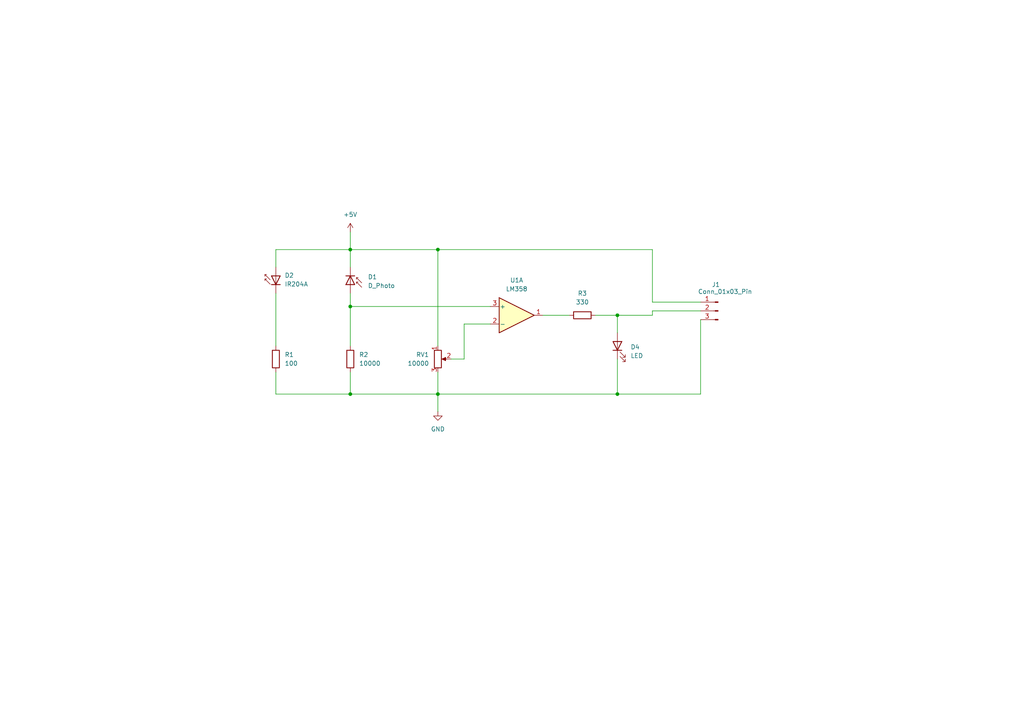
<source format=kicad_sch>
(kicad_sch
	(version 20250114)
	(generator "eeschema")
	(generator_version "9.0")
	(uuid "d8892cc8-6f50-4c9c-a2ea-3d8cf2e87aef")
	(paper "A4")
	(lib_symbols
		(symbol "Amplifier_Operational:LM358"
			(pin_names
				(offset 0.127)
			)
			(exclude_from_sim no)
			(in_bom yes)
			(on_board yes)
			(property "Reference" "U"
				(at 0 5.08 0)
				(effects
					(font
						(size 1.27 1.27)
					)
					(justify left)
				)
			)
			(property "Value" "LM358"
				(at 0 -5.08 0)
				(effects
					(font
						(size 1.27 1.27)
					)
					(justify left)
				)
			)
			(property "Footprint" ""
				(at 0 0 0)
				(effects
					(font
						(size 1.27 1.27)
					)
					(hide yes)
				)
			)
			(property "Datasheet" "http://www.ti.com/lit/ds/symlink/lm2904-n.pdf"
				(at 0 0 0)
				(effects
					(font
						(size 1.27 1.27)
					)
					(hide yes)
				)
			)
			(property "Description" "Low-Power, Dual Operational Amplifiers, DIP-8/SOIC-8/TO-99-8"
				(at 0 0 0)
				(effects
					(font
						(size 1.27 1.27)
					)
					(hide yes)
				)
			)
			(property "ki_locked" ""
				(at 0 0 0)
				(effects
					(font
						(size 1.27 1.27)
					)
				)
			)
			(property "ki_keywords" "dual opamp"
				(at 0 0 0)
				(effects
					(font
						(size 1.27 1.27)
					)
					(hide yes)
				)
			)
			(property "ki_fp_filters" "SOIC*3.9x4.9mm*P1.27mm* DIP*W7.62mm* TO*99* OnSemi*Micro8* TSSOP*3x3mm*P0.65mm* TSSOP*4.4x3mm*P0.65mm* MSOP*3x3mm*P0.65mm* SSOP*3.9x4.9mm*P0.635mm* LFCSP*2x2mm*P0.5mm* *SIP* SOIC*5.3x6.2mm*P1.27mm*"
				(at 0 0 0)
				(effects
					(font
						(size 1.27 1.27)
					)
					(hide yes)
				)
			)
			(symbol "LM358_1_1"
				(polyline
					(pts
						(xy -5.08 5.08) (xy 5.08 0) (xy -5.08 -5.08) (xy -5.08 5.08)
					)
					(stroke
						(width 0.254)
						(type default)
					)
					(fill
						(type background)
					)
				)
				(pin input line
					(at -7.62 2.54 0)
					(length 2.54)
					(name "+"
						(effects
							(font
								(size 1.27 1.27)
							)
						)
					)
					(number "3"
						(effects
							(font
								(size 1.27 1.27)
							)
						)
					)
				)
				(pin input line
					(at -7.62 -2.54 0)
					(length 2.54)
					(name "-"
						(effects
							(font
								(size 1.27 1.27)
							)
						)
					)
					(number "2"
						(effects
							(font
								(size 1.27 1.27)
							)
						)
					)
				)
				(pin output line
					(at 7.62 0 180)
					(length 2.54)
					(name "~"
						(effects
							(font
								(size 1.27 1.27)
							)
						)
					)
					(number "1"
						(effects
							(font
								(size 1.27 1.27)
							)
						)
					)
				)
			)
			(symbol "LM358_2_1"
				(polyline
					(pts
						(xy -5.08 5.08) (xy 5.08 0) (xy -5.08 -5.08) (xy -5.08 5.08)
					)
					(stroke
						(width 0.254)
						(type default)
					)
					(fill
						(type background)
					)
				)
				(pin input line
					(at -7.62 2.54 0)
					(length 2.54)
					(name "+"
						(effects
							(font
								(size 1.27 1.27)
							)
						)
					)
					(number "5"
						(effects
							(font
								(size 1.27 1.27)
							)
						)
					)
				)
				(pin input line
					(at -7.62 -2.54 0)
					(length 2.54)
					(name "-"
						(effects
							(font
								(size 1.27 1.27)
							)
						)
					)
					(number "6"
						(effects
							(font
								(size 1.27 1.27)
							)
						)
					)
				)
				(pin output line
					(at 7.62 0 180)
					(length 2.54)
					(name "~"
						(effects
							(font
								(size 1.27 1.27)
							)
						)
					)
					(number "7"
						(effects
							(font
								(size 1.27 1.27)
							)
						)
					)
				)
			)
			(symbol "LM358_3_1"
				(pin power_in line
					(at -2.54 7.62 270)
					(length 3.81)
					(name "V+"
						(effects
							(font
								(size 1.27 1.27)
							)
						)
					)
					(number "8"
						(effects
							(font
								(size 1.27 1.27)
							)
						)
					)
				)
				(pin power_in line
					(at -2.54 -7.62 90)
					(length 3.81)
					(name "V-"
						(effects
							(font
								(size 1.27 1.27)
							)
						)
					)
					(number "4"
						(effects
							(font
								(size 1.27 1.27)
							)
						)
					)
				)
			)
			(embedded_fonts no)
		)
		(symbol "Connector:Conn_01x03_Pin"
			(pin_names
				(offset 1.016)
				(hide yes)
			)
			(exclude_from_sim no)
			(in_bom yes)
			(on_board yes)
			(property "Reference" "J"
				(at 0 5.08 0)
				(effects
					(font
						(size 1.27 1.27)
					)
				)
			)
			(property "Value" "Conn_01x03_Pin"
				(at 0 -5.08 0)
				(effects
					(font
						(size 1.27 1.27)
					)
				)
			)
			(property "Footprint" ""
				(at 0 0 0)
				(effects
					(font
						(size 1.27 1.27)
					)
					(hide yes)
				)
			)
			(property "Datasheet" "~"
				(at 0 0 0)
				(effects
					(font
						(size 1.27 1.27)
					)
					(hide yes)
				)
			)
			(property "Description" "Generic connector, single row, 01x03, script generated"
				(at 0 0 0)
				(effects
					(font
						(size 1.27 1.27)
					)
					(hide yes)
				)
			)
			(property "ki_locked" ""
				(at 0 0 0)
				(effects
					(font
						(size 1.27 1.27)
					)
				)
			)
			(property "ki_keywords" "connector"
				(at 0 0 0)
				(effects
					(font
						(size 1.27 1.27)
					)
					(hide yes)
				)
			)
			(property "ki_fp_filters" "Connector*:*_1x??_*"
				(at 0 0 0)
				(effects
					(font
						(size 1.27 1.27)
					)
					(hide yes)
				)
			)
			(symbol "Conn_01x03_Pin_1_1"
				(rectangle
					(start 0.8636 2.667)
					(end 0 2.413)
					(stroke
						(width 0.1524)
						(type default)
					)
					(fill
						(type outline)
					)
				)
				(rectangle
					(start 0.8636 0.127)
					(end 0 -0.127)
					(stroke
						(width 0.1524)
						(type default)
					)
					(fill
						(type outline)
					)
				)
				(rectangle
					(start 0.8636 -2.413)
					(end 0 -2.667)
					(stroke
						(width 0.1524)
						(type default)
					)
					(fill
						(type outline)
					)
				)
				(polyline
					(pts
						(xy 1.27 2.54) (xy 0.8636 2.54)
					)
					(stroke
						(width 0.1524)
						(type default)
					)
					(fill
						(type none)
					)
				)
				(polyline
					(pts
						(xy 1.27 0) (xy 0.8636 0)
					)
					(stroke
						(width 0.1524)
						(type default)
					)
					(fill
						(type none)
					)
				)
				(polyline
					(pts
						(xy 1.27 -2.54) (xy 0.8636 -2.54)
					)
					(stroke
						(width 0.1524)
						(type default)
					)
					(fill
						(type none)
					)
				)
				(pin passive line
					(at 5.08 2.54 180)
					(length 3.81)
					(name "Pin_1"
						(effects
							(font
								(size 1.27 1.27)
							)
						)
					)
					(number "1"
						(effects
							(font
								(size 1.27 1.27)
							)
						)
					)
				)
				(pin passive line
					(at 5.08 0 180)
					(length 3.81)
					(name "Pin_2"
						(effects
							(font
								(size 1.27 1.27)
							)
						)
					)
					(number "2"
						(effects
							(font
								(size 1.27 1.27)
							)
						)
					)
				)
				(pin passive line
					(at 5.08 -2.54 180)
					(length 3.81)
					(name "Pin_3"
						(effects
							(font
								(size 1.27 1.27)
							)
						)
					)
					(number "3"
						(effects
							(font
								(size 1.27 1.27)
							)
						)
					)
				)
			)
			(embedded_fonts no)
		)
		(symbol "Device:D_Photo"
			(pin_numbers
				(hide yes)
			)
			(pin_names
				(hide yes)
			)
			(exclude_from_sim no)
			(in_bom yes)
			(on_board yes)
			(property "Reference" "D"
				(at 0.508 1.778 0)
				(effects
					(font
						(size 1.27 1.27)
					)
					(justify left)
				)
			)
			(property "Value" "D_Photo"
				(at -1.016 -2.794 0)
				(effects
					(font
						(size 1.27 1.27)
					)
				)
			)
			(property "Footprint" ""
				(at -1.27 0 0)
				(effects
					(font
						(size 1.27 1.27)
					)
					(hide yes)
				)
			)
			(property "Datasheet" "~"
				(at -1.27 0 0)
				(effects
					(font
						(size 1.27 1.27)
					)
					(hide yes)
				)
			)
			(property "Description" "Photodiode"
				(at 0 0 0)
				(effects
					(font
						(size 1.27 1.27)
					)
					(hide yes)
				)
			)
			(property "ki_keywords" "photodiode diode opto"
				(at 0 0 0)
				(effects
					(font
						(size 1.27 1.27)
					)
					(hide yes)
				)
			)
			(symbol "D_Photo_0_1"
				(polyline
					(pts
						(xy -2.54 1.27) (xy -2.54 -1.27)
					)
					(stroke
						(width 0.254)
						(type default)
					)
					(fill
						(type none)
					)
				)
				(polyline
					(pts
						(xy -2.032 1.778) (xy -1.524 1.778)
					)
					(stroke
						(width 0)
						(type default)
					)
					(fill
						(type none)
					)
				)
				(polyline
					(pts
						(xy -0.508 3.302) (xy -2.032 1.778) (xy -2.032 2.286)
					)
					(stroke
						(width 0)
						(type default)
					)
					(fill
						(type none)
					)
				)
				(polyline
					(pts
						(xy 0 0) (xy -2.54 0)
					)
					(stroke
						(width 0)
						(type default)
					)
					(fill
						(type none)
					)
				)
				(polyline
					(pts
						(xy 0 -1.27) (xy 0 1.27) (xy -2.54 0) (xy 0 -1.27)
					)
					(stroke
						(width 0.254)
						(type default)
					)
					(fill
						(type none)
					)
				)
				(polyline
					(pts
						(xy 0.762 3.302) (xy -0.762 1.778) (xy -0.762 2.286) (xy -0.762 1.778) (xy -0.254 1.778)
					)
					(stroke
						(width 0)
						(type default)
					)
					(fill
						(type none)
					)
				)
			)
			(symbol "D_Photo_1_1"
				(pin passive line
					(at -5.08 0 0)
					(length 2.54)
					(name "K"
						(effects
							(font
								(size 1.27 1.27)
							)
						)
					)
					(number "1"
						(effects
							(font
								(size 1.27 1.27)
							)
						)
					)
				)
				(pin passive line
					(at 2.54 0 180)
					(length 2.54)
					(name "A"
						(effects
							(font
								(size 1.27 1.27)
							)
						)
					)
					(number "2"
						(effects
							(font
								(size 1.27 1.27)
							)
						)
					)
				)
			)
			(embedded_fonts no)
		)
		(symbol "Device:LED"
			(pin_numbers
				(hide yes)
			)
			(pin_names
				(offset 1.016)
				(hide yes)
			)
			(exclude_from_sim no)
			(in_bom yes)
			(on_board yes)
			(property "Reference" "D"
				(at 0 2.54 0)
				(effects
					(font
						(size 1.27 1.27)
					)
				)
			)
			(property "Value" "LED"
				(at 0 -2.54 0)
				(effects
					(font
						(size 1.27 1.27)
					)
				)
			)
			(property "Footprint" ""
				(at 0 0 0)
				(effects
					(font
						(size 1.27 1.27)
					)
					(hide yes)
				)
			)
			(property "Datasheet" "~"
				(at 0 0 0)
				(effects
					(font
						(size 1.27 1.27)
					)
					(hide yes)
				)
			)
			(property "Description" "Light emitting diode"
				(at 0 0 0)
				(effects
					(font
						(size 1.27 1.27)
					)
					(hide yes)
				)
			)
			(property "Sim.Pins" "1=K 2=A"
				(at 0 0 0)
				(effects
					(font
						(size 1.27 1.27)
					)
					(hide yes)
				)
			)
			(property "ki_keywords" "LED diode"
				(at 0 0 0)
				(effects
					(font
						(size 1.27 1.27)
					)
					(hide yes)
				)
			)
			(property "ki_fp_filters" "LED* LED_SMD:* LED_THT:*"
				(at 0 0 0)
				(effects
					(font
						(size 1.27 1.27)
					)
					(hide yes)
				)
			)
			(symbol "LED_0_1"
				(polyline
					(pts
						(xy -3.048 -0.762) (xy -4.572 -2.286) (xy -3.81 -2.286) (xy -4.572 -2.286) (xy -4.572 -1.524)
					)
					(stroke
						(width 0)
						(type default)
					)
					(fill
						(type none)
					)
				)
				(polyline
					(pts
						(xy -1.778 -0.762) (xy -3.302 -2.286) (xy -2.54 -2.286) (xy -3.302 -2.286) (xy -3.302 -1.524)
					)
					(stroke
						(width 0)
						(type default)
					)
					(fill
						(type none)
					)
				)
				(polyline
					(pts
						(xy -1.27 0) (xy 1.27 0)
					)
					(stroke
						(width 0)
						(type default)
					)
					(fill
						(type none)
					)
				)
				(polyline
					(pts
						(xy -1.27 -1.27) (xy -1.27 1.27)
					)
					(stroke
						(width 0.254)
						(type default)
					)
					(fill
						(type none)
					)
				)
				(polyline
					(pts
						(xy 1.27 -1.27) (xy 1.27 1.27) (xy -1.27 0) (xy 1.27 -1.27)
					)
					(stroke
						(width 0.254)
						(type default)
					)
					(fill
						(type none)
					)
				)
			)
			(symbol "LED_1_1"
				(pin passive line
					(at -3.81 0 0)
					(length 2.54)
					(name "K"
						(effects
							(font
								(size 1.27 1.27)
							)
						)
					)
					(number "1"
						(effects
							(font
								(size 1.27 1.27)
							)
						)
					)
				)
				(pin passive line
					(at 3.81 0 180)
					(length 2.54)
					(name "A"
						(effects
							(font
								(size 1.27 1.27)
							)
						)
					)
					(number "2"
						(effects
							(font
								(size 1.27 1.27)
							)
						)
					)
				)
			)
			(embedded_fonts no)
		)
		(symbol "Device:R"
			(pin_numbers
				(hide yes)
			)
			(pin_names
				(offset 0)
			)
			(exclude_from_sim no)
			(in_bom yes)
			(on_board yes)
			(property "Reference" "R"
				(at 2.032 0 90)
				(effects
					(font
						(size 1.27 1.27)
					)
				)
			)
			(property "Value" "R"
				(at 0 0 90)
				(effects
					(font
						(size 1.27 1.27)
					)
				)
			)
			(property "Footprint" ""
				(at -1.778 0 90)
				(effects
					(font
						(size 1.27 1.27)
					)
					(hide yes)
				)
			)
			(property "Datasheet" "~"
				(at 0 0 0)
				(effects
					(font
						(size 1.27 1.27)
					)
					(hide yes)
				)
			)
			(property "Description" "Resistor"
				(at 0 0 0)
				(effects
					(font
						(size 1.27 1.27)
					)
					(hide yes)
				)
			)
			(property "ki_keywords" "R res resistor"
				(at 0 0 0)
				(effects
					(font
						(size 1.27 1.27)
					)
					(hide yes)
				)
			)
			(property "ki_fp_filters" "R_*"
				(at 0 0 0)
				(effects
					(font
						(size 1.27 1.27)
					)
					(hide yes)
				)
			)
			(symbol "R_0_1"
				(rectangle
					(start -1.016 -2.54)
					(end 1.016 2.54)
					(stroke
						(width 0.254)
						(type default)
					)
					(fill
						(type none)
					)
				)
			)
			(symbol "R_1_1"
				(pin passive line
					(at 0 3.81 270)
					(length 1.27)
					(name "~"
						(effects
							(font
								(size 1.27 1.27)
							)
						)
					)
					(number "1"
						(effects
							(font
								(size 1.27 1.27)
							)
						)
					)
				)
				(pin passive line
					(at 0 -3.81 90)
					(length 1.27)
					(name "~"
						(effects
							(font
								(size 1.27 1.27)
							)
						)
					)
					(number "2"
						(effects
							(font
								(size 1.27 1.27)
							)
						)
					)
				)
			)
			(embedded_fonts no)
		)
		(symbol "Device:R_Potentiometer"
			(pin_names
				(offset 1.016)
				(hide yes)
			)
			(exclude_from_sim no)
			(in_bom yes)
			(on_board yes)
			(property "Reference" "RV"
				(at -4.445 0 90)
				(effects
					(font
						(size 1.27 1.27)
					)
				)
			)
			(property "Value" "R_Potentiometer"
				(at -2.54 0 90)
				(effects
					(font
						(size 1.27 1.27)
					)
				)
			)
			(property "Footprint" ""
				(at 0 0 0)
				(effects
					(font
						(size 1.27 1.27)
					)
					(hide yes)
				)
			)
			(property "Datasheet" "~"
				(at 0 0 0)
				(effects
					(font
						(size 1.27 1.27)
					)
					(hide yes)
				)
			)
			(property "Description" "Potentiometer"
				(at 0 0 0)
				(effects
					(font
						(size 1.27 1.27)
					)
					(hide yes)
				)
			)
			(property "ki_keywords" "resistor variable"
				(at 0 0 0)
				(effects
					(font
						(size 1.27 1.27)
					)
					(hide yes)
				)
			)
			(property "ki_fp_filters" "Potentiometer*"
				(at 0 0 0)
				(effects
					(font
						(size 1.27 1.27)
					)
					(hide yes)
				)
			)
			(symbol "R_Potentiometer_0_1"
				(rectangle
					(start 1.016 2.54)
					(end -1.016 -2.54)
					(stroke
						(width 0.254)
						(type default)
					)
					(fill
						(type none)
					)
				)
				(polyline
					(pts
						(xy 1.143 0) (xy 2.286 0.508) (xy 2.286 -0.508) (xy 1.143 0)
					)
					(stroke
						(width 0)
						(type default)
					)
					(fill
						(type outline)
					)
				)
				(polyline
					(pts
						(xy 2.54 0) (xy 1.524 0)
					)
					(stroke
						(width 0)
						(type default)
					)
					(fill
						(type none)
					)
				)
			)
			(symbol "R_Potentiometer_1_1"
				(pin passive line
					(at 0 3.81 270)
					(length 1.27)
					(name "1"
						(effects
							(font
								(size 1.27 1.27)
							)
						)
					)
					(number "1"
						(effects
							(font
								(size 1.27 1.27)
							)
						)
					)
				)
				(pin passive line
					(at 0 -3.81 90)
					(length 1.27)
					(name "3"
						(effects
							(font
								(size 1.27 1.27)
							)
						)
					)
					(number "3"
						(effects
							(font
								(size 1.27 1.27)
							)
						)
					)
				)
				(pin passive line
					(at 3.81 0 180)
					(length 1.27)
					(name "2"
						(effects
							(font
								(size 1.27 1.27)
							)
						)
					)
					(number "2"
						(effects
							(font
								(size 1.27 1.27)
							)
						)
					)
				)
			)
			(embedded_fonts no)
		)
		(symbol "LED:IR204A"
			(pin_numbers
				(hide yes)
			)
			(pin_names
				(offset 1.016)
				(hide yes)
			)
			(exclude_from_sim no)
			(in_bom yes)
			(on_board yes)
			(property "Reference" "D"
				(at 0.508 1.778 0)
				(effects
					(font
						(size 1.27 1.27)
					)
					(justify left)
				)
			)
			(property "Value" "IR204A"
				(at -1.016 -2.794 0)
				(effects
					(font
						(size 1.27 1.27)
					)
				)
			)
			(property "Footprint" "LED_THT:LED_D3.0mm_IRBlack"
				(at 0 4.445 0)
				(effects
					(font
						(size 1.27 1.27)
					)
					(hide yes)
				)
			)
			(property "Datasheet" "http://www.everlight.com/file/ProductFile/IR204-A.pdf"
				(at -1.27 0 0)
				(effects
					(font
						(size 1.27 1.27)
					)
					(hide yes)
				)
			)
			(property "Description" "Infrared LED , 3mm LED package"
				(at 0 0 0)
				(effects
					(font
						(size 1.27 1.27)
					)
					(hide yes)
				)
			)
			(property "ki_keywords" "opto IR LED"
				(at 0 0 0)
				(effects
					(font
						(size 1.27 1.27)
					)
					(hide yes)
				)
			)
			(property "ki_fp_filters" "LED*3.0mm*IRBlack*"
				(at 0 0 0)
				(effects
					(font
						(size 1.27 1.27)
					)
					(hide yes)
				)
			)
			(symbol "IR204A_0_1"
				(polyline
					(pts
						(xy -2.54 1.27) (xy -2.54 -1.27)
					)
					(stroke
						(width 0.254)
						(type default)
					)
					(fill
						(type none)
					)
				)
				(polyline
					(pts
						(xy -2.413 1.651) (xy -0.889 3.175) (xy -0.889 2.667) (xy -0.889 3.175) (xy -1.397 3.175)
					)
					(stroke
						(width 0)
						(type default)
					)
					(fill
						(type none)
					)
				)
				(polyline
					(pts
						(xy -1.143 1.651) (xy 0.381 3.175) (xy 0.381 2.667)
					)
					(stroke
						(width 0)
						(type default)
					)
					(fill
						(type none)
					)
				)
				(polyline
					(pts
						(xy 0 1.27) (xy -2.54 0) (xy 0 -1.27) (xy 0 1.27)
					)
					(stroke
						(width 0.254)
						(type default)
					)
					(fill
						(type none)
					)
				)
				(polyline
					(pts
						(xy 0 0) (xy -2.54 0)
					)
					(stroke
						(width 0)
						(type default)
					)
					(fill
						(type none)
					)
				)
				(polyline
					(pts
						(xy 0.381 3.175) (xy -0.127 3.175)
					)
					(stroke
						(width 0)
						(type default)
					)
					(fill
						(type none)
					)
				)
			)
			(symbol "IR204A_1_1"
				(pin passive line
					(at -5.08 0 0)
					(length 2.54)
					(name "K"
						(effects
							(font
								(size 1.27 1.27)
							)
						)
					)
					(number "1"
						(effects
							(font
								(size 1.27 1.27)
							)
						)
					)
				)
				(pin passive line
					(at 2.54 0 180)
					(length 2.54)
					(name "A"
						(effects
							(font
								(size 1.27 1.27)
							)
						)
					)
					(number "2"
						(effects
							(font
								(size 1.27 1.27)
							)
						)
					)
				)
			)
			(embedded_fonts no)
		)
		(symbol "power:+5V"
			(power)
			(pin_numbers
				(hide yes)
			)
			(pin_names
				(offset 0)
				(hide yes)
			)
			(exclude_from_sim no)
			(in_bom yes)
			(on_board yes)
			(property "Reference" "#PWR"
				(at 0 -3.81 0)
				(effects
					(font
						(size 1.27 1.27)
					)
					(hide yes)
				)
			)
			(property "Value" "+5V"
				(at 0 3.556 0)
				(effects
					(font
						(size 1.27 1.27)
					)
				)
			)
			(property "Footprint" ""
				(at 0 0 0)
				(effects
					(font
						(size 1.27 1.27)
					)
					(hide yes)
				)
			)
			(property "Datasheet" ""
				(at 0 0 0)
				(effects
					(font
						(size 1.27 1.27)
					)
					(hide yes)
				)
			)
			(property "Description" "Power symbol creates a global label with name \"+5V\""
				(at 0 0 0)
				(effects
					(font
						(size 1.27 1.27)
					)
					(hide yes)
				)
			)
			(property "ki_keywords" "global power"
				(at 0 0 0)
				(effects
					(font
						(size 1.27 1.27)
					)
					(hide yes)
				)
			)
			(symbol "+5V_0_1"
				(polyline
					(pts
						(xy -0.762 1.27) (xy 0 2.54)
					)
					(stroke
						(width 0)
						(type default)
					)
					(fill
						(type none)
					)
				)
				(polyline
					(pts
						(xy 0 2.54) (xy 0.762 1.27)
					)
					(stroke
						(width 0)
						(type default)
					)
					(fill
						(type none)
					)
				)
				(polyline
					(pts
						(xy 0 0) (xy 0 2.54)
					)
					(stroke
						(width 0)
						(type default)
					)
					(fill
						(type none)
					)
				)
			)
			(symbol "+5V_1_1"
				(pin power_in line
					(at 0 0 90)
					(length 0)
					(name "~"
						(effects
							(font
								(size 1.27 1.27)
							)
						)
					)
					(number "1"
						(effects
							(font
								(size 1.27 1.27)
							)
						)
					)
				)
			)
			(embedded_fonts no)
		)
		(symbol "power:GND"
			(power)
			(pin_numbers
				(hide yes)
			)
			(pin_names
				(offset 0)
				(hide yes)
			)
			(exclude_from_sim no)
			(in_bom yes)
			(on_board yes)
			(property "Reference" "#PWR"
				(at 0 -6.35 0)
				(effects
					(font
						(size 1.27 1.27)
					)
					(hide yes)
				)
			)
			(property "Value" "GND"
				(at 0 -3.81 0)
				(effects
					(font
						(size 1.27 1.27)
					)
				)
			)
			(property "Footprint" ""
				(at 0 0 0)
				(effects
					(font
						(size 1.27 1.27)
					)
					(hide yes)
				)
			)
			(property "Datasheet" ""
				(at 0 0 0)
				(effects
					(font
						(size 1.27 1.27)
					)
					(hide yes)
				)
			)
			(property "Description" "Power symbol creates a global label with name \"GND\" , ground"
				(at 0 0 0)
				(effects
					(font
						(size 1.27 1.27)
					)
					(hide yes)
				)
			)
			(property "ki_keywords" "global power"
				(at 0 0 0)
				(effects
					(font
						(size 1.27 1.27)
					)
					(hide yes)
				)
			)
			(symbol "GND_0_1"
				(polyline
					(pts
						(xy 0 0) (xy 0 -1.27) (xy 1.27 -1.27) (xy 0 -2.54) (xy -1.27 -1.27) (xy 0 -1.27)
					)
					(stroke
						(width 0)
						(type default)
					)
					(fill
						(type none)
					)
				)
			)
			(symbol "GND_1_1"
				(pin power_in line
					(at 0 0 270)
					(length 0)
					(name "~"
						(effects
							(font
								(size 1.27 1.27)
							)
						)
					)
					(number "1"
						(effects
							(font
								(size 1.27 1.27)
							)
						)
					)
				)
			)
			(embedded_fonts no)
		)
	)
	(junction
		(at 101.6 114.3)
		(diameter 0)
		(color 0 0 0 0)
		(uuid "19caceae-7cbe-429f-8a88-6270cd139cd2")
	)
	(junction
		(at 179.07 114.3)
		(diameter 0)
		(color 0 0 0 0)
		(uuid "270ec966-8723-4048-96b1-4e92ac8261d2")
	)
	(junction
		(at 127 72.39)
		(diameter 0)
		(color 0 0 0 0)
		(uuid "29abdebd-921a-4223-92e5-0eba741da2a3")
	)
	(junction
		(at 101.6 88.9)
		(diameter 0)
		(color 0 0 0 0)
		(uuid "51f0f46d-1785-41f2-8cfe-5242be348392")
	)
	(junction
		(at 127 114.3)
		(diameter 0)
		(color 0 0 0 0)
		(uuid "65f6295c-0a88-4600-bc13-622ae53e40d1")
	)
	(junction
		(at 101.6 72.39)
		(diameter 0)
		(color 0 0 0 0)
		(uuid "7791d3df-c3d1-4b21-b81f-71f73ba637f8")
	)
	(junction
		(at 179.07 91.44)
		(diameter 0)
		(color 0 0 0 0)
		(uuid "d921b9c9-1f01-4317-8c12-ab1337b3024c")
	)
	(wire
		(pts
			(xy 203.2 114.3) (xy 179.07 114.3)
		)
		(stroke
			(width 0)
			(type default)
		)
		(uuid "03145602-1b33-4153-8533-d7c451a8e6cf")
	)
	(wire
		(pts
			(xy 142.24 93.98) (xy 134.62 93.98)
		)
		(stroke
			(width 0)
			(type default)
		)
		(uuid "21a45779-d606-42ab-b8e5-06a1bbd83d19")
	)
	(wire
		(pts
			(xy 101.6 88.9) (xy 101.6 100.33)
		)
		(stroke
			(width 0)
			(type default)
		)
		(uuid "22da444d-cfd2-41b2-81b1-1910cd8af05b")
	)
	(wire
		(pts
			(xy 179.07 114.3) (xy 127 114.3)
		)
		(stroke
			(width 0)
			(type default)
		)
		(uuid "2943fe3b-a4bc-4824-99e4-f9856b9422c9")
	)
	(wire
		(pts
			(xy 203.2 92.71) (xy 203.2 114.3)
		)
		(stroke
			(width 0)
			(type default)
		)
		(uuid "2b625f09-dadb-42d1-ab35-0dfb25eb269e")
	)
	(wire
		(pts
			(xy 189.23 72.39) (xy 127 72.39)
		)
		(stroke
			(width 0)
			(type default)
		)
		(uuid "2e5668d0-5b5e-45d5-aa75-c44aca37c024")
	)
	(wire
		(pts
			(xy 101.6 107.95) (xy 101.6 114.3)
		)
		(stroke
			(width 0)
			(type default)
		)
		(uuid "3961f78d-5a5a-47dd-a650-b71e58b711a9")
	)
	(wire
		(pts
			(xy 101.6 85.09) (xy 101.6 88.9)
		)
		(stroke
			(width 0)
			(type default)
		)
		(uuid "3a668454-a63a-44b0-ab97-e25fc1e067b6")
	)
	(wire
		(pts
			(xy 101.6 114.3) (xy 127 114.3)
		)
		(stroke
			(width 0)
			(type default)
		)
		(uuid "40d18ddf-4285-4899-80ae-abd13f289aa4")
	)
	(wire
		(pts
			(xy 80.01 77.47) (xy 80.01 72.39)
		)
		(stroke
			(width 0)
			(type default)
		)
		(uuid "43ec2b1d-87f0-4edf-bf0b-ba2eee1ab9ab")
	)
	(wire
		(pts
			(xy 80.01 107.95) (xy 80.01 114.3)
		)
		(stroke
			(width 0)
			(type default)
		)
		(uuid "46d8e249-f5ff-4798-8ee4-deda971901a3")
	)
	(wire
		(pts
			(xy 203.2 90.17) (xy 189.23 90.17)
		)
		(stroke
			(width 0)
			(type default)
		)
		(uuid "4f50095b-9431-40d0-bc0b-a958290801f2")
	)
	(wire
		(pts
			(xy 101.6 67.31) (xy 101.6 72.39)
		)
		(stroke
			(width 0)
			(type default)
		)
		(uuid "559a5cf5-9429-4280-af15-b48df7946b09")
	)
	(wire
		(pts
			(xy 80.01 72.39) (xy 101.6 72.39)
		)
		(stroke
			(width 0)
			(type default)
		)
		(uuid "57a0f963-6d86-4361-bc9c-05a8e261058f")
	)
	(wire
		(pts
			(xy 101.6 88.9) (xy 142.24 88.9)
		)
		(stroke
			(width 0)
			(type default)
		)
		(uuid "57a3ded9-18ed-4b43-b79f-e5cb84c114a8")
	)
	(wire
		(pts
			(xy 80.01 85.09) (xy 80.01 100.33)
		)
		(stroke
			(width 0)
			(type default)
		)
		(uuid "64589428-14bf-4a41-9eeb-d6f20ac5675c")
	)
	(wire
		(pts
			(xy 179.07 104.14) (xy 179.07 114.3)
		)
		(stroke
			(width 0)
			(type default)
		)
		(uuid "6fed56ed-47fb-4309-8e90-9affd48d3a98")
	)
	(wire
		(pts
			(xy 134.62 104.14) (xy 130.81 104.14)
		)
		(stroke
			(width 0)
			(type default)
		)
		(uuid "7b928b7b-2bc5-40c0-801c-3be9377ce3e8")
	)
	(wire
		(pts
			(xy 189.23 87.63) (xy 189.23 72.39)
		)
		(stroke
			(width 0)
			(type default)
		)
		(uuid "7f5014ed-e5ff-46de-87ad-275c46a633e7")
	)
	(wire
		(pts
			(xy 101.6 72.39) (xy 127 72.39)
		)
		(stroke
			(width 0)
			(type default)
		)
		(uuid "8d28fc45-89b8-4a7c-964f-bec22fadfd43")
	)
	(wire
		(pts
			(xy 127 100.33) (xy 127 72.39)
		)
		(stroke
			(width 0)
			(type default)
		)
		(uuid "991799f1-16cb-40b6-8463-eb12f6239be6")
	)
	(wire
		(pts
			(xy 127 114.3) (xy 127 107.95)
		)
		(stroke
			(width 0)
			(type default)
		)
		(uuid "a27514c2-a521-4e93-88b6-0e8742f42dd5")
	)
	(wire
		(pts
			(xy 127 114.3) (xy 127 119.38)
		)
		(stroke
			(width 0)
			(type default)
		)
		(uuid "b1f986fb-8ab1-47ba-9e09-9eb7af853167")
	)
	(wire
		(pts
			(xy 157.48 91.44) (xy 165.1 91.44)
		)
		(stroke
			(width 0)
			(type default)
		)
		(uuid "b4c4d6fd-cab0-483b-96f7-11ad36fb64b1")
	)
	(wire
		(pts
			(xy 101.6 72.39) (xy 101.6 77.47)
		)
		(stroke
			(width 0)
			(type default)
		)
		(uuid "c30f022f-962e-4761-82af-c3c6d8760633")
	)
	(wire
		(pts
			(xy 172.72 91.44) (xy 179.07 91.44)
		)
		(stroke
			(width 0)
			(type default)
		)
		(uuid "c9fd0231-cbec-4f25-82d1-2666d2bc562d")
	)
	(wire
		(pts
			(xy 189.23 90.17) (xy 189.23 91.44)
		)
		(stroke
			(width 0)
			(type default)
		)
		(uuid "d8f4116b-4ee5-4bb0-9118-0ff56889fce5")
	)
	(wire
		(pts
			(xy 179.07 91.44) (xy 179.07 96.52)
		)
		(stroke
			(width 0)
			(type default)
		)
		(uuid "dc28d5dd-cb6f-49ca-b900-abb8b05e0328")
	)
	(wire
		(pts
			(xy 203.2 87.63) (xy 189.23 87.63)
		)
		(stroke
			(width 0)
			(type default)
		)
		(uuid "e222f7d6-d838-499a-9a42-3788c749fc5d")
	)
	(wire
		(pts
			(xy 189.23 91.44) (xy 179.07 91.44)
		)
		(stroke
			(width 0)
			(type default)
		)
		(uuid "e7d4e989-34f8-4a6d-a394-111cab806cdc")
	)
	(wire
		(pts
			(xy 134.62 93.98) (xy 134.62 104.14)
		)
		(stroke
			(width 0)
			(type default)
		)
		(uuid "f77a564a-6143-4f43-a9f0-39efcffb9e76")
	)
	(wire
		(pts
			(xy 80.01 114.3) (xy 101.6 114.3)
		)
		(stroke
			(width 0)
			(type default)
		)
		(uuid "f8522791-2799-494a-8545-0f3a29aa92dc")
	)
	(symbol
		(lib_id "Device:LED")
		(at 179.07 100.33 90)
		(unit 1)
		(exclude_from_sim no)
		(in_bom yes)
		(on_board yes)
		(dnp no)
		(fields_autoplaced yes)
		(uuid "36f6c455-9d9b-4f29-ade2-505f4356ee4b")
		(property "Reference" "D4"
			(at 182.88 100.6474 90)
			(effects
				(font
					(size 1.27 1.27)
				)
				(justify right)
			)
		)
		(property "Value" "LED"
			(at 182.88 103.1874 90)
			(effects
				(font
					(size 1.27 1.27)
				)
				(justify right)
			)
		)
		(property "Footprint" "LED_SMD:LED_1W_3W_R8"
			(at 179.07 100.33 0)
			(effects
				(font
					(size 1.27 1.27)
				)
				(hide yes)
			)
		)
		(property "Datasheet" "~"
			(at 179.07 100.33 0)
			(effects
				(font
					(size 1.27 1.27)
				)
				(hide yes)
			)
		)
		(property "Description" "Light emitting diode"
			(at 179.07 100.33 0)
			(effects
				(font
					(size 1.27 1.27)
				)
				(hide yes)
			)
		)
		(property "Sim.Pins" "1=K 2=A"
			(at 179.07 100.33 0)
			(effects
				(font
					(size 1.27 1.27)
				)
				(hide yes)
			)
		)
		(pin "2"
			(uuid "b250043d-7b16-4543-a5af-231fd66085c7")
		)
		(pin "1"
			(uuid "20a5e5db-0149-4945-9af8-542d0eaaeaab")
		)
		(instances
			(project ""
				(path "/d8892cc8-6f50-4c9c-a2ea-3d8cf2e87aef"
					(reference "D4")
					(unit 1)
				)
			)
		)
	)
	(symbol
		(lib_id "Device:R")
		(at 168.91 91.44 90)
		(unit 1)
		(exclude_from_sim no)
		(in_bom yes)
		(on_board yes)
		(dnp no)
		(fields_autoplaced yes)
		(uuid "523e663d-4010-4642-9208-118d7ff78767")
		(property "Reference" "R3"
			(at 168.91 85.09 90)
			(effects
				(font
					(size 1.27 1.27)
				)
			)
		)
		(property "Value" "330"
			(at 168.91 87.63 90)
			(effects
				(font
					(size 1.27 1.27)
				)
			)
		)
		(property "Footprint" "Resistor_SMD:R_0805_2012Metric"
			(at 168.91 93.218 90)
			(effects
				(font
					(size 1.27 1.27)
				)
				(hide yes)
			)
		)
		(property "Datasheet" "~"
			(at 168.91 91.44 0)
			(effects
				(font
					(size 1.27 1.27)
				)
				(hide yes)
			)
		)
		(property "Description" "Resistor"
			(at 168.91 91.44 0)
			(effects
				(font
					(size 1.27 1.27)
				)
				(hide yes)
			)
		)
		(pin "2"
			(uuid "7574b030-1edc-4552-a9db-494864fca372")
		)
		(pin "1"
			(uuid "10b062c9-cfac-4edb-9333-755e8177f968")
		)
		(instances
			(project ""
				(path "/d8892cc8-6f50-4c9c-a2ea-3d8cf2e87aef"
					(reference "R3")
					(unit 1)
				)
			)
		)
	)
	(symbol
		(lib_id "Amplifier_Operational:LM358")
		(at 149.86 91.44 0)
		(unit 1)
		(exclude_from_sim no)
		(in_bom yes)
		(on_board yes)
		(dnp no)
		(fields_autoplaced yes)
		(uuid "5792cbb0-9741-4242-80b3-3d6e65b59434")
		(property "Reference" "U1"
			(at 149.86 81.28 0)
			(effects
				(font
					(size 1.27 1.27)
				)
			)
		)
		(property "Value" "LM358"
			(at 149.86 83.82 0)
			(effects
				(font
					(size 1.27 1.27)
				)
			)
		)
		(property "Footprint" "Package_SO:SOIC-8-1EP_3.9x4.9mm_P1.27mm_EP2.514x3.2mm_ThermalVias"
			(at 149.86 91.44 0)
			(effects
				(font
					(size 1.27 1.27)
				)
				(hide yes)
			)
		)
		(property "Datasheet" "http://www.ti.com/lit/ds/symlink/lm2904-n.pdf"
			(at 149.86 91.44 0)
			(effects
				(font
					(size 1.27 1.27)
				)
				(hide yes)
			)
		)
		(property "Description" "Low-Power, Dual Operational Amplifiers, DIP-8/SOIC-8/TO-99-8"
			(at 149.86 91.44 0)
			(effects
				(font
					(size 1.27 1.27)
				)
				(hide yes)
			)
		)
		(pin "1"
			(uuid "a64e039a-63cf-40a8-9df3-8c81b370db8c")
		)
		(pin "4"
			(uuid "05faa221-f20e-49bc-93e2-ccabd090dce8")
		)
		(pin "3"
			(uuid "c407884a-f4d9-4376-802e-1adee722ef41")
		)
		(pin "8"
			(uuid "aa563b7c-b794-4d6b-81d6-7bba909fb787")
		)
		(pin "6"
			(uuid "5851a8bd-fe51-4b45-952c-112258c786c5")
		)
		(pin "2"
			(uuid "09787dd7-b2c4-4049-824b-a4b5089d0265")
		)
		(pin "7"
			(uuid "5f961fe0-f3cb-41c0-860f-76fe5f7da858")
		)
		(pin "5"
			(uuid "e2df6293-53f0-4508-b58c-8ae4538e1a41")
		)
		(instances
			(project ""
				(path "/d8892cc8-6f50-4c9c-a2ea-3d8cf2e87aef"
					(reference "U1")
					(unit 1)
				)
			)
		)
	)
	(symbol
		(lib_id "Connector:Conn_01x03_Pin")
		(at 208.28 90.17 0)
		(mirror y)
		(unit 1)
		(exclude_from_sim no)
		(in_bom yes)
		(on_board yes)
		(dnp no)
		(uuid "657f3302-45c6-43e9-b29a-26d2076ecfa9")
		(property "Reference" "J1"
			(at 207.645 82.55 0)
			(effects
				(font
					(size 1.27 1.27)
				)
			)
		)
		(property "Value" "Conn_01x03_Pin"
			(at 210.312 84.582 0)
			(effects
				(font
					(size 1.27 1.27)
				)
			)
		)
		(property "Footprint" "Connector_PinHeader_2.54mm:PinHeader_1x03_P2.54mm_Vertical"
			(at 208.28 90.17 0)
			(effects
				(font
					(size 1.27 1.27)
				)
				(hide yes)
			)
		)
		(property "Datasheet" "~"
			(at 208.28 90.17 0)
			(effects
				(font
					(size 1.27 1.27)
				)
				(hide yes)
			)
		)
		(property "Description" "Generic connector, single row, 01x03, script generated"
			(at 208.28 90.17 0)
			(effects
				(font
					(size 1.27 1.27)
				)
				(hide yes)
			)
		)
		(pin "1"
			(uuid "e570faf7-9c72-408b-aa5f-a7e88a616110")
		)
		(pin "2"
			(uuid "22505cba-0144-4edd-8af9-eee113fcc7a0")
		)
		(pin "3"
			(uuid "a3055e72-8fc4-4fc1-ba74-5d70532e6942")
		)
		(instances
			(project ""
				(path "/d8892cc8-6f50-4c9c-a2ea-3d8cf2e87aef"
					(reference "J1")
					(unit 1)
				)
			)
		)
	)
	(symbol
		(lib_id "LED:IR204A")
		(at 80.01 80.01 90)
		(unit 1)
		(exclude_from_sim no)
		(in_bom yes)
		(on_board yes)
		(dnp no)
		(uuid "a1313263-722c-4300-9476-71805deb877f")
		(property "Reference" "D2"
			(at 82.55 79.8829 90)
			(effects
				(font
					(size 1.27 1.27)
				)
				(justify right)
			)
		)
		(property "Value" "IR204A"
			(at 82.55 82.4229 90)
			(effects
				(font
					(size 1.27 1.27)
				)
				(justify right)
			)
		)
		(property "Footprint" "LED_SMD:LED_1W_3W_R8"
			(at 75.565 80.01 0)
			(effects
				(font
					(size 1.27 1.27)
				)
				(hide yes)
			)
		)
		(property "Datasheet" "http://www.everlight.com/file/ProductFile/IR204-A.pdf"
			(at 80.01 81.28 0)
			(effects
				(font
					(size 1.27 1.27)
				)
				(hide yes)
			)
		)
		(property "Description" "Infrared LED , 3mm LED package"
			(at 80.01 80.01 0)
			(effects
				(font
					(size 1.27 1.27)
				)
				(hide yes)
			)
		)
		(pin "1"
			(uuid "f17b76d7-fe45-41e0-ab6f-8a6dbcbb0334")
		)
		(pin "2"
			(uuid "8a445858-6511-446b-aaa1-af4f9939938b")
		)
		(instances
			(project ""
				(path "/d8892cc8-6f50-4c9c-a2ea-3d8cf2e87aef"
					(reference "D2")
					(unit 1)
				)
			)
		)
	)
	(symbol
		(lib_id "power:GND")
		(at 127 119.38 0)
		(unit 1)
		(exclude_from_sim no)
		(in_bom yes)
		(on_board yes)
		(dnp no)
		(fields_autoplaced yes)
		(uuid "a889e874-4a7a-422f-bc40-17adda8c55b1")
		(property "Reference" "#PWR02"
			(at 127 125.73 0)
			(effects
				(font
					(size 1.27 1.27)
				)
				(hide yes)
			)
		)
		(property "Value" "GND"
			(at 127 124.46 0)
			(effects
				(font
					(size 1.27 1.27)
				)
			)
		)
		(property "Footprint" ""
			(at 127 119.38 0)
			(effects
				(font
					(size 1.27 1.27)
				)
				(hide yes)
			)
		)
		(property "Datasheet" ""
			(at 127 119.38 0)
			(effects
				(font
					(size 1.27 1.27)
				)
				(hide yes)
			)
		)
		(property "Description" "Power symbol creates a global label with name \"GND\" , ground"
			(at 127 119.38 0)
			(effects
				(font
					(size 1.27 1.27)
				)
				(hide yes)
			)
		)
		(pin "1"
			(uuid "060a5f35-841e-42f2-a9c3-5dc54c5e1926")
		)
		(instances
			(project ""
				(path "/d8892cc8-6f50-4c9c-a2ea-3d8cf2e87aef"
					(reference "#PWR02")
					(unit 1)
				)
			)
		)
	)
	(symbol
		(lib_id "Device:R")
		(at 80.01 104.14 0)
		(unit 1)
		(exclude_from_sim no)
		(in_bom yes)
		(on_board yes)
		(dnp no)
		(fields_autoplaced yes)
		(uuid "b3e8cfb0-9c0e-41b2-a537-5c42fe7c746f")
		(property "Reference" "R1"
			(at 82.55 102.8699 0)
			(effects
				(font
					(size 1.27 1.27)
				)
				(justify left)
			)
		)
		(property "Value" "100"
			(at 82.55 105.4099 0)
			(effects
				(font
					(size 1.27 1.27)
				)
				(justify left)
			)
		)
		(property "Footprint" "Resistor_SMD:R_0805_2012Metric"
			(at 78.232 104.14 90)
			(effects
				(font
					(size 1.27 1.27)
				)
				(hide yes)
			)
		)
		(property "Datasheet" "~"
			(at 80.01 104.14 0)
			(effects
				(font
					(size 1.27 1.27)
				)
				(hide yes)
			)
		)
		(property "Description" "Resistor"
			(at 80.01 104.14 0)
			(effects
				(font
					(size 1.27 1.27)
				)
				(hide yes)
			)
		)
		(pin "1"
			(uuid "014c3c05-da4a-46d1-9ee7-554b39f41d42")
		)
		(pin "2"
			(uuid "20ef5e69-dfec-4e0c-85ab-cf09fccf712a")
		)
		(instances
			(project ""
				(path "/d8892cc8-6f50-4c9c-a2ea-3d8cf2e87aef"
					(reference "R1")
					(unit 1)
				)
			)
		)
	)
	(symbol
		(lib_id "Device:R")
		(at 101.6 104.14 0)
		(unit 1)
		(exclude_from_sim no)
		(in_bom yes)
		(on_board yes)
		(dnp no)
		(fields_autoplaced yes)
		(uuid "b64eb7ce-a464-45b8-8d4f-369488d85619")
		(property "Reference" "R2"
			(at 104.14 102.8699 0)
			(effects
				(font
					(size 1.27 1.27)
				)
				(justify left)
			)
		)
		(property "Value" "10000"
			(at 104.14 105.4099 0)
			(effects
				(font
					(size 1.27 1.27)
				)
				(justify left)
			)
		)
		(property "Footprint" "Resistor_SMD:R_0805_2012Metric"
			(at 99.822 104.14 90)
			(effects
				(font
					(size 1.27 1.27)
				)
				(hide yes)
			)
		)
		(property "Datasheet" "~"
			(at 101.6 104.14 0)
			(effects
				(font
					(size 1.27 1.27)
				)
				(hide yes)
			)
		)
		(property "Description" "Resistor"
			(at 101.6 104.14 0)
			(effects
				(font
					(size 1.27 1.27)
				)
				(hide yes)
			)
		)
		(pin "2"
			(uuid "7574b030-1edc-4552-a9db-494864fca373")
		)
		(pin "1"
			(uuid "10b062c9-cfac-4edb-9333-755e8177f969")
		)
		(instances
			(project ""
				(path "/d8892cc8-6f50-4c9c-a2ea-3d8cf2e87aef"
					(reference "R2")
					(unit 1)
				)
			)
		)
	)
	(symbol
		(lib_id "power:+5V")
		(at 101.6 67.31 0)
		(unit 1)
		(exclude_from_sim no)
		(in_bom yes)
		(on_board yes)
		(dnp no)
		(fields_autoplaced yes)
		(uuid "bd32dd0c-e8ff-4dc9-bf5d-7597347ac650")
		(property "Reference" "#PWR01"
			(at 101.6 71.12 0)
			(effects
				(font
					(size 1.27 1.27)
				)
				(hide yes)
			)
		)
		(property "Value" "+5V"
			(at 101.6 62.23 0)
			(effects
				(font
					(size 1.27 1.27)
				)
			)
		)
		(property "Footprint" ""
			(at 101.6 67.31 0)
			(effects
				(font
					(size 1.27 1.27)
				)
				(hide yes)
			)
		)
		(property "Datasheet" ""
			(at 101.6 67.31 0)
			(effects
				(font
					(size 1.27 1.27)
				)
				(hide yes)
			)
		)
		(property "Description" "Power symbol creates a global label with name \"+5V\""
			(at 101.6 67.31 0)
			(effects
				(font
					(size 1.27 1.27)
				)
				(hide yes)
			)
		)
		(pin "1"
			(uuid "64b84c7a-142b-466e-bc28-319276512009")
		)
		(instances
			(project ""
				(path "/d8892cc8-6f50-4c9c-a2ea-3d8cf2e87aef"
					(reference "#PWR01")
					(unit 1)
				)
			)
		)
	)
	(symbol
		(lib_id "Device:R_Potentiometer")
		(at 127 104.14 0)
		(unit 1)
		(exclude_from_sim no)
		(in_bom yes)
		(on_board yes)
		(dnp no)
		(fields_autoplaced yes)
		(uuid "db8bde2b-bd32-41c1-9253-a4e445260763")
		(property "Reference" "RV1"
			(at 124.46 102.8699 0)
			(effects
				(font
					(size 1.27 1.27)
				)
				(justify right)
			)
		)
		(property "Value" "10000"
			(at 124.46 105.4099 0)
			(effects
				(font
					(size 1.27 1.27)
				)
				(justify right)
			)
		)
		(property "Footprint" "Potentiometer_SMD:Potentiometer_ACP_CA9-VSMD_Vertical"
			(at 127 104.14 0)
			(effects
				(font
					(size 1.27 1.27)
				)
				(hide yes)
			)
		)
		(property "Datasheet" "~"
			(at 127 104.14 0)
			(effects
				(font
					(size 1.27 1.27)
				)
				(hide yes)
			)
		)
		(property "Description" "Potentiometer"
			(at 127 104.14 0)
			(effects
				(font
					(size 1.27 1.27)
				)
				(hide yes)
			)
		)
		(pin "2"
			(uuid "9162c8a3-a2c1-43ef-8902-146bf77c95c8")
		)
		(pin "3"
			(uuid "53cb67e1-b2a5-49ad-a3a4-399f5e59ba20")
		)
		(pin "1"
			(uuid "a4553a8e-447c-4231-bcaf-fce0745f7854")
		)
		(instances
			(project ""
				(path "/d8892cc8-6f50-4c9c-a2ea-3d8cf2e87aef"
					(reference "RV1")
					(unit 1)
				)
			)
		)
	)
	(symbol
		(lib_id "Device:D_Photo")
		(at 101.6 82.55 270)
		(unit 1)
		(exclude_from_sim no)
		(in_bom yes)
		(on_board yes)
		(dnp no)
		(fields_autoplaced yes)
		(uuid "fa22d9c8-258a-406c-ae6e-204b42a0c559")
		(property "Reference" "D1"
			(at 106.68 80.3274 90)
			(effects
				(font
					(size 1.27 1.27)
				)
				(justify left)
			)
		)
		(property "Value" "D_Photo"
			(at 106.68 82.8674 90)
			(effects
				(font
					(size 1.27 1.27)
				)
				(justify left)
			)
		)
		(property "Footprint" "LED_SMD:LED_1W_3W_R8"
			(at 101.6 81.28 0)
			(effects
				(font
					(size 1.27 1.27)
				)
				(hide yes)
			)
		)
		(property "Datasheet" "~"
			(at 101.6 81.28 0)
			(effects
				(font
					(size 1.27 1.27)
				)
				(hide yes)
			)
		)
		(property "Description" "Photodiode"
			(at 101.6 82.55 0)
			(effects
				(font
					(size 1.27 1.27)
				)
				(hide yes)
			)
		)
		(pin "1"
			(uuid "26ffea92-e105-4ad7-951a-75757ddde0fb")
		)
		(pin "2"
			(uuid "a1dd9097-d63c-48ae-b4f0-9f5422afa7bf")
		)
		(instances
			(project ""
				(path "/d8892cc8-6f50-4c9c-a2ea-3d8cf2e87aef"
					(reference "D1")
					(unit 1)
				)
			)
		)
	)
	(sheet_instances
		(path "/"
			(page "1")
		)
	)
	(embedded_fonts no)
)

</source>
